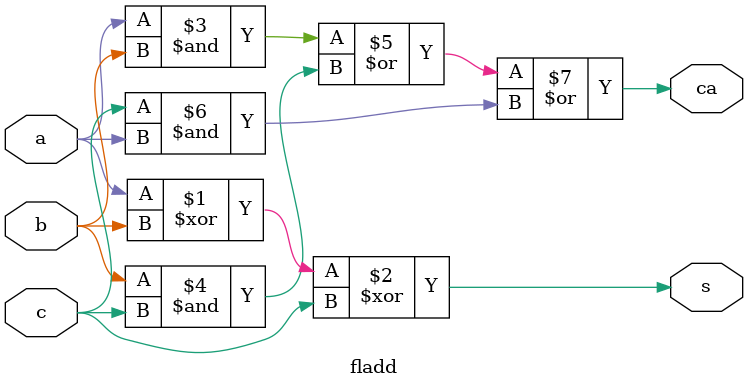
<source format=v>
module fladd(a,b,c,s,ca);
  input a,b,c;
  output s,ca;
  assign s= a^b^c;
  assign ca= (a&b)|(b&c)|(c&a);
endmodule

</source>
